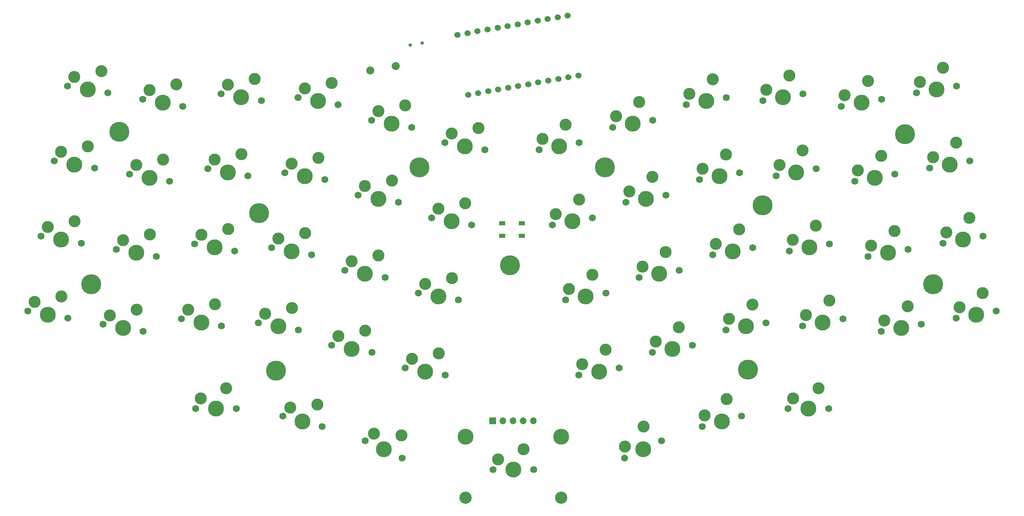
<source format=gts>
%TF.GenerationSoftware,KiCad,Pcbnew,(5.1.12)-1*%
%TF.CreationDate,2022-03-16T07:25:32-05:00*%
%TF.ProjectId,keyboard_CarrasTech,6b657962-6f61-4726-945f-436172726173,rev?*%
%TF.SameCoordinates,Original*%
%TF.FileFunction,Soldermask,Top*%
%TF.FilePolarity,Negative*%
%FSLAX46Y46*%
G04 Gerber Fmt 4.6, Leading zero omitted, Abs format (unit mm)*
G04 Created by KiCad (PCBNEW (5.1.12)-1) date 2022-03-16 07:25:32*
%MOMM*%
%LPD*%
G01*
G04 APERTURE LIST*
%ADD10O,1.700000X1.700000*%
%ADD11R,1.700000X1.700000*%
%ADD12C,0.900000*%
%ADD13C,3.000000*%
%ADD14C,3.987800*%
%ADD15C,1.750000*%
%ADD16C,5.000000*%
%ADD17C,3.048000*%
%ADD18R,1.500000X1.000000*%
%ADD19C,1.524000*%
%ADD20C,2.000000*%
G04 APERTURE END LIST*
D10*
X154178000Y-123063000D03*
X151638000Y-123063000D03*
X149098000Y-123063000D03*
X146558000Y-123063000D03*
D11*
X144018000Y-123063000D03*
D12*
X126451408Y-28624541D03*
X123496984Y-29145486D03*
D13*
X39691548Y-73204912D03*
D14*
X36308004Y-77766669D03*
D13*
X32996953Y-74603658D03*
D15*
X31305181Y-76884536D03*
X41310827Y-78648802D03*
D13*
X65068131Y-38991734D03*
D14*
X61684587Y-43553491D03*
D13*
X58373536Y-40390480D03*
D15*
X56681764Y-42671358D03*
X66687410Y-44435624D03*
D16*
X211455000Y-69215000D03*
X207772000Y-110299500D03*
X89916000Y-110490000D03*
X85725000Y-71120000D03*
X125730000Y-59690000D03*
X172085000Y-59690000D03*
X254000000Y-88900000D03*
X247015000Y-51435000D03*
X43815000Y-88900000D03*
X50800000Y-50800000D03*
X148336000Y-84201000D03*
D13*
X151765000Y-130175000D03*
D14*
X149225000Y-135255000D03*
D13*
X145415000Y-132715000D03*
D15*
X144145000Y-135255000D03*
X154305000Y-135255000D03*
D17*
X161163000Y-142240000D03*
X137287000Y-142240000D03*
D14*
X161163000Y-127000000D03*
X137287000Y-127000000D03*
D18*
X146457500Y-73647500D03*
X146457500Y-76847500D03*
X151357500Y-73647500D03*
X151357500Y-76847500D03*
D19*
X162796827Y-21742913D03*
X160295415Y-22183980D03*
X157794004Y-22625046D03*
X155292592Y-23066113D03*
X152791180Y-23507179D03*
X150289769Y-23948245D03*
X147788357Y-24389312D03*
X145286945Y-24830378D03*
X142785534Y-25271444D03*
X140284122Y-25712511D03*
X137782710Y-26153577D03*
X135281299Y-26594643D03*
X137924224Y-41583417D03*
X140425635Y-41142351D03*
X142927047Y-40701285D03*
X145428459Y-40260218D03*
X147929871Y-39819152D03*
X150431282Y-39378086D03*
X152932694Y-38937019D03*
X155434106Y-38495953D03*
X157935517Y-38054887D03*
X160436929Y-37613820D03*
X162938341Y-37172754D03*
X165439752Y-36731687D03*
D13*
X172218920Y-105284437D03*
D14*
X170599641Y-110728327D03*
D13*
X166406457Y-108888515D03*
D15*
X165596818Y-111610460D03*
X175602464Y-109846194D03*
D13*
X190567093Y-99637521D03*
D14*
X188947814Y-105081411D03*
D13*
X184754630Y-103241599D03*
D15*
X183944991Y-105963544D03*
X193950637Y-104199278D03*
D13*
X208915267Y-93990605D03*
D14*
X207295988Y-99434495D03*
D13*
X203102804Y-97594683D03*
D15*
X202293165Y-100316628D03*
X212298811Y-98552362D03*
D13*
X228088269Y-93021526D03*
D14*
X226468990Y-98465416D03*
D13*
X222275806Y-96625604D03*
D15*
X221466167Y-99347549D03*
X231471813Y-97583283D03*
D13*
X247673685Y-94391365D03*
D14*
X246054406Y-99835255D03*
D13*
X241861222Y-97995443D03*
D15*
X241051583Y-100717388D03*
X251057229Y-98953122D03*
D13*
X266434273Y-91083367D03*
D14*
X264814994Y-96527257D03*
D13*
X260621810Y-94687445D03*
D15*
X259812171Y-97409390D03*
X269817817Y-95645124D03*
D13*
X181765121Y-124497506D03*
D14*
X181610000Y-130175000D03*
D13*
X177083517Y-129483154D03*
D15*
X177005956Y-132321901D03*
X186214044Y-128028099D03*
D13*
X168910922Y-86523850D03*
D14*
X167291643Y-91967740D03*
D13*
X163098459Y-90127928D03*
D15*
X162288820Y-92849873D03*
X172294466Y-91085607D03*
D13*
X187259096Y-80876933D03*
D14*
X185639817Y-86320823D03*
D13*
X181446633Y-84481011D03*
D15*
X180636994Y-87202956D03*
X190642640Y-85438690D03*
D13*
X205607269Y-75230017D03*
D14*
X203987990Y-80673907D03*
D13*
X199794806Y-78834095D03*
D15*
X198985167Y-81556040D03*
X208990813Y-79791774D03*
D13*
X224780271Y-74260938D03*
D14*
X223160992Y-79704828D03*
D13*
X218967808Y-77865016D03*
D15*
X218158169Y-80586961D03*
X228163815Y-78822695D03*
D13*
X244365687Y-75630777D03*
D14*
X242746408Y-81074667D03*
D13*
X238553224Y-79234855D03*
D15*
X237743585Y-81956800D03*
X247749231Y-80192534D03*
D13*
X263126275Y-72322779D03*
D14*
X261506996Y-77766669D03*
D13*
X257313812Y-75926857D03*
D15*
X256504173Y-78648802D03*
X266509819Y-76884536D03*
D13*
X202433651Y-117625696D03*
D14*
X201295000Y-123190000D03*
D13*
X196957422Y-121722649D03*
D15*
X196388097Y-124504801D03*
X206201903Y-121875199D03*
D13*
X165602924Y-67763262D03*
D14*
X163983645Y-73207152D03*
D13*
X159790461Y-71367340D03*
D15*
X158980822Y-74089285D03*
X168986468Y-72325019D03*
D13*
X183951098Y-62116346D03*
D14*
X182331819Y-67560236D03*
D13*
X178138635Y-65720424D03*
D15*
X177328996Y-68442369D03*
X187334642Y-66678103D03*
D13*
X202299271Y-56469430D03*
D14*
X200679992Y-61913320D03*
D13*
X196486808Y-60073508D03*
D15*
X195677169Y-62795453D03*
X205682815Y-61031187D03*
D13*
X221472273Y-55500350D03*
D14*
X219852994Y-60944240D03*
D13*
X215659810Y-59104428D03*
D15*
X214850171Y-61826373D03*
X224855817Y-60062107D03*
D13*
X241057690Y-56870189D03*
D14*
X239438411Y-62314079D03*
D13*
X235245227Y-60474267D03*
D15*
X234435588Y-63196212D03*
X244441234Y-61431946D03*
D13*
X259818277Y-53562191D03*
D14*
X258198998Y-59006081D03*
D13*
X254005814Y-57166269D03*
D15*
X253196175Y-59888214D03*
X263201821Y-58123948D03*
D13*
X225425000Y-114935000D03*
D14*
X222885000Y-120015000D03*
D13*
X219075000Y-117475000D03*
D15*
X217805000Y-120015000D03*
X227965000Y-120015000D03*
D13*
X162294927Y-49002674D03*
D14*
X160675648Y-54446564D03*
D13*
X156482464Y-52606752D03*
D15*
X155672825Y-55328697D03*
X165678471Y-53564431D03*
D13*
X180643100Y-43355758D03*
D14*
X179023821Y-48799648D03*
D13*
X174830637Y-46959836D03*
D15*
X174020998Y-49681781D03*
X184026644Y-47917515D03*
D13*
X198991273Y-37708842D03*
D14*
X197371994Y-43152732D03*
D13*
X193178810Y-41312920D03*
D15*
X192369171Y-44034865D03*
X202374817Y-42270599D03*
D13*
X218164275Y-36739762D03*
D14*
X216544996Y-42183652D03*
D13*
X212351812Y-40343840D03*
D15*
X211542173Y-43065785D03*
X221547819Y-41301519D03*
D13*
X237749692Y-38109601D03*
D14*
X236130413Y-43553491D03*
D13*
X231937229Y-41713679D03*
D15*
X231127590Y-44435624D03*
X241133236Y-42671358D03*
D13*
X256510280Y-34801604D03*
D14*
X254891001Y-40245494D03*
D13*
X250697817Y-38405682D03*
D15*
X249888178Y-41127627D03*
X259893824Y-39363361D03*
D13*
X130598903Y-106166570D03*
D14*
X127215359Y-110728327D03*
D13*
X123904308Y-107565316D03*
D15*
X122212536Y-109846194D03*
X132218182Y-111610460D03*
D13*
X112250730Y-100519654D03*
D14*
X108867186Y-105081411D03*
D13*
X105556135Y-101918400D03*
D15*
X103864363Y-104199278D03*
X113870009Y-105963544D03*
D13*
X93902556Y-94872738D03*
D14*
X90519012Y-99434495D03*
D13*
X87207961Y-96271484D03*
D15*
X85516189Y-98552362D03*
X95521835Y-100316628D03*
D13*
X74729554Y-93903659D03*
D14*
X71346010Y-98465416D03*
D13*
X68034959Y-95302405D03*
D15*
X66343187Y-97583283D03*
X76348833Y-99347549D03*
D13*
X55144138Y-95273498D03*
D14*
X51760594Y-99835255D03*
D13*
X48449543Y-96672244D03*
D15*
X46757771Y-98953122D03*
X56763417Y-100717388D03*
D13*
X36383550Y-91965500D03*
D14*
X33000006Y-96527257D03*
D13*
X29688955Y-93364246D03*
D15*
X27997183Y-95645124D03*
X38002829Y-97409390D03*
D13*
X121288923Y-126644407D03*
D14*
X116840000Y-130175000D03*
D13*
X114460418Y-126262803D03*
D15*
X112235956Y-128028099D03*
X121444044Y-132321901D03*
D13*
X133906901Y-87405983D03*
D14*
X130523357Y-91967740D03*
D13*
X127212306Y-88804729D03*
D15*
X125520534Y-91085607D03*
X135526180Y-92849873D03*
D13*
X115558727Y-81759066D03*
D14*
X112175183Y-86320823D03*
D13*
X108864132Y-83157812D03*
D15*
X107172360Y-85438690D03*
X117178006Y-87202956D03*
D13*
X97210554Y-76112150D03*
D14*
X93827010Y-80673907D03*
D13*
X90515959Y-77510896D03*
D15*
X88824187Y-79791774D03*
X98829833Y-81556040D03*
D13*
X78037552Y-75143071D03*
D14*
X74654008Y-79704828D03*
D13*
X71342957Y-76541817D03*
D15*
X69651185Y-78822695D03*
X79656831Y-80586961D03*
D13*
X58452136Y-76512910D03*
D14*
X55068592Y-81074667D03*
D13*
X51757541Y-77911656D03*
D15*
X50065769Y-80192534D03*
X60071415Y-81956800D03*
D13*
X100288252Y-118940497D03*
D14*
X96520000Y-123190000D03*
D13*
X93497223Y-119750448D03*
D15*
X91613097Y-121875199D03*
X101426903Y-124504801D03*
D13*
X137214899Y-68645395D03*
D14*
X133831355Y-73207152D03*
D13*
X130520304Y-70044141D03*
D15*
X128828532Y-72325019D03*
X138834178Y-74089285D03*
D13*
X118866725Y-62998479D03*
D14*
X115483181Y-67560236D03*
D13*
X112172130Y-64397225D03*
D15*
X110480358Y-66678103D03*
X120486004Y-68442369D03*
D13*
X100518552Y-57351563D03*
D14*
X97135008Y-61913320D03*
D13*
X93823957Y-58750309D03*
D15*
X92132185Y-61031187D03*
X102137831Y-62795453D03*
D13*
X81345550Y-56382483D03*
D14*
X77962006Y-60944240D03*
D13*
X74650955Y-57781229D03*
D15*
X72959183Y-60062107D03*
X82964829Y-61826373D03*
D13*
X61760133Y-57752322D03*
D14*
X58376589Y-62314079D03*
D13*
X55065538Y-59151068D03*
D15*
X53373766Y-61431946D03*
X63379412Y-63196212D03*
D13*
X42999546Y-54444324D03*
D14*
X39616002Y-59006081D03*
D13*
X36304951Y-55843070D03*
D15*
X34613179Y-58123948D03*
X44618825Y-59888214D03*
D13*
X77470000Y-114935000D03*
D14*
X74930000Y-120015000D03*
D13*
X71120000Y-117475000D03*
D15*
X69850000Y-120015000D03*
X80010000Y-120015000D03*
D13*
X140522896Y-49884807D03*
D14*
X137139352Y-54446564D03*
D13*
X133828301Y-51283553D03*
D15*
X132136529Y-53564431D03*
X142142175Y-55328697D03*
D13*
X122174723Y-44237891D03*
D14*
X118791179Y-48799648D03*
D13*
X115480128Y-45636637D03*
D15*
X113788356Y-47917515D03*
X123794002Y-49681781D03*
D13*
X103826550Y-38590975D03*
D14*
X100443006Y-43152732D03*
D13*
X97131955Y-39989721D03*
D15*
X95440183Y-42270599D03*
X105445829Y-44034865D03*
D13*
X84653548Y-37621895D03*
D14*
X81270004Y-42183652D03*
D13*
X77958953Y-39020641D03*
D15*
X76267181Y-41301519D03*
X86272827Y-43065785D03*
D13*
X46307543Y-35683737D03*
D14*
X42923999Y-40245494D03*
D13*
X39612948Y-37082483D03*
D15*
X37921176Y-39363361D03*
X47926822Y-41127627D03*
D20*
X119850125Y-34360643D03*
X113448875Y-35489357D03*
M02*

</source>
